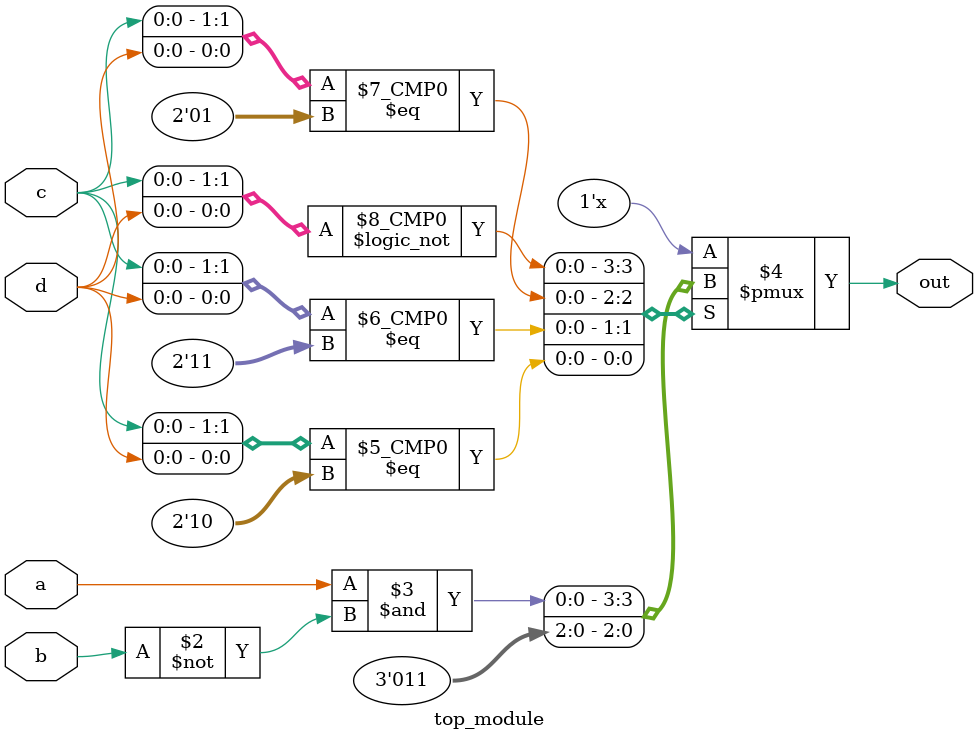
<source format=sv>
module top_module (
    input a, 
    input b,
    input c,
    input d,
    output reg out
);

always @(*) begin
    case ({c, d})
        2'b00: out = a & ~b;
        2'b01: out = 1'b0;
        2'b11: out = 1'b1;
        2'b10: out = 1'b1;
        default: out = 1'b0; // added default case to handle don't-care condition
    endcase
end

endmodule

</source>
